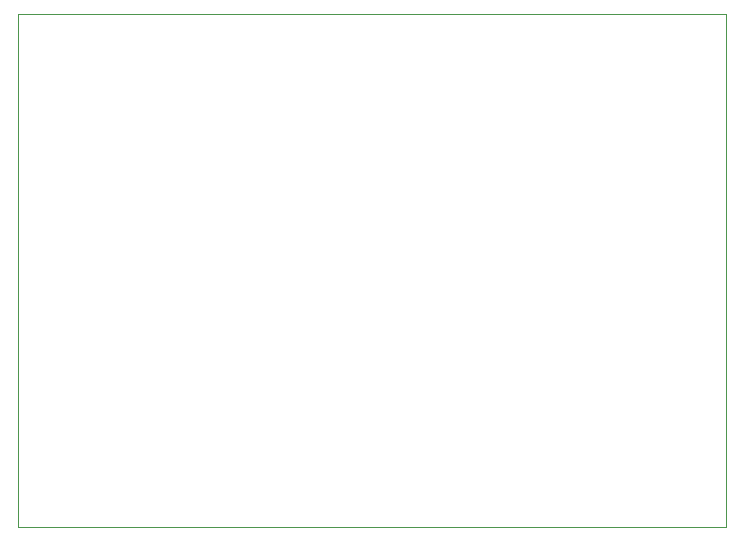
<source format=gko>
G04*
G04 #@! TF.GenerationSoftware,Altium Limited,Altium Designer,22.9.1 (49)*
G04*
G04 Layer_Color=16711935*
%FSLAX44Y44*%
%MOMM*%
G71*
G04*
G04 #@! TF.SameCoordinates,777D21A2-CDB7-466F-AFFE-F37339BB67B1*
G04*
G04*
G04 #@! TF.FilePolarity,Positive*
G04*
G01*
G75*
%ADD10C,0.1000*%
D10*
X0Y0D02*
Y434340D01*
Y0D02*
X599440D01*
Y434340D01*
X0D02*
X599440D01*
M02*

</source>
